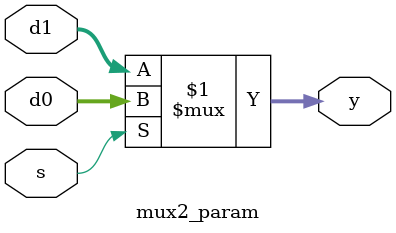
<source format=sv>
module mux2_param
    #(parameter width = 8)
    (input logic[width-1:0]d0,d1,
    input logic s,
    output logic[width-1:0]y);

    assign y = s?d0:d1;

endmodule
</source>
